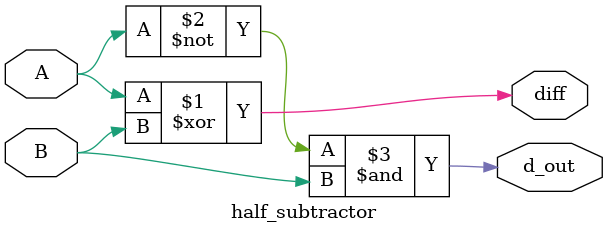
<source format=v>
`timescale 1ns / 1ps

module half_subtractor(A,B,diff,d_out);
  input A,B;
  output diff,d_out;
  
  assign diff = A ^ B;
  assign d_out = ~A & B;
endmodule

/* using gate level modeling
module half_subtractor(A,B,diff,d_out);
   input A,B;
   output diff,d_out;
   
   wire w1;
   
   xor m1(diff,A,B);
   not m2(w1,A);
   and m3(d_out,w1,B);
   
endmodule */

/* using behavioual modeling
module half_subtractor(A,B,diff,d_out);
  input A,B;
  output reg diff,d_out;
  
  always@(*)begin
    diff = A ^ B;
    d_out = ~A & B;
  end
endmodule */
</source>
